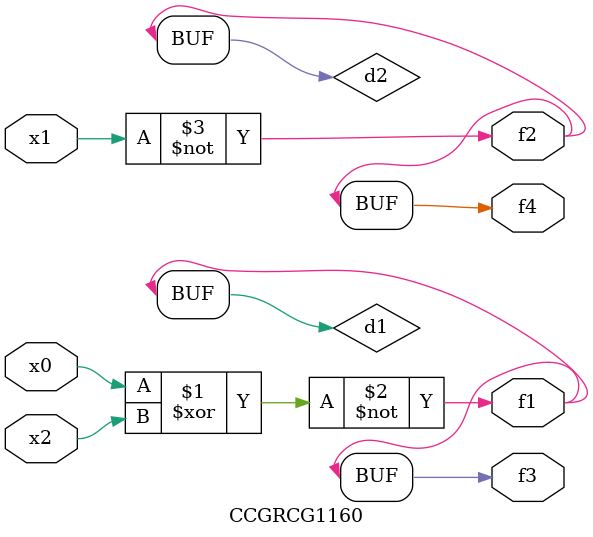
<source format=v>
module CCGRCG1160(
	input x0, x1, x2,
	output f1, f2, f3, f4
);

	wire d1, d2, d3;

	xnor (d1, x0, x2);
	nand (d2, x1);
	nor (d3, x1, x2);
	assign f1 = d1;
	assign f2 = d2;
	assign f3 = d1;
	assign f4 = d2;
endmodule

</source>
